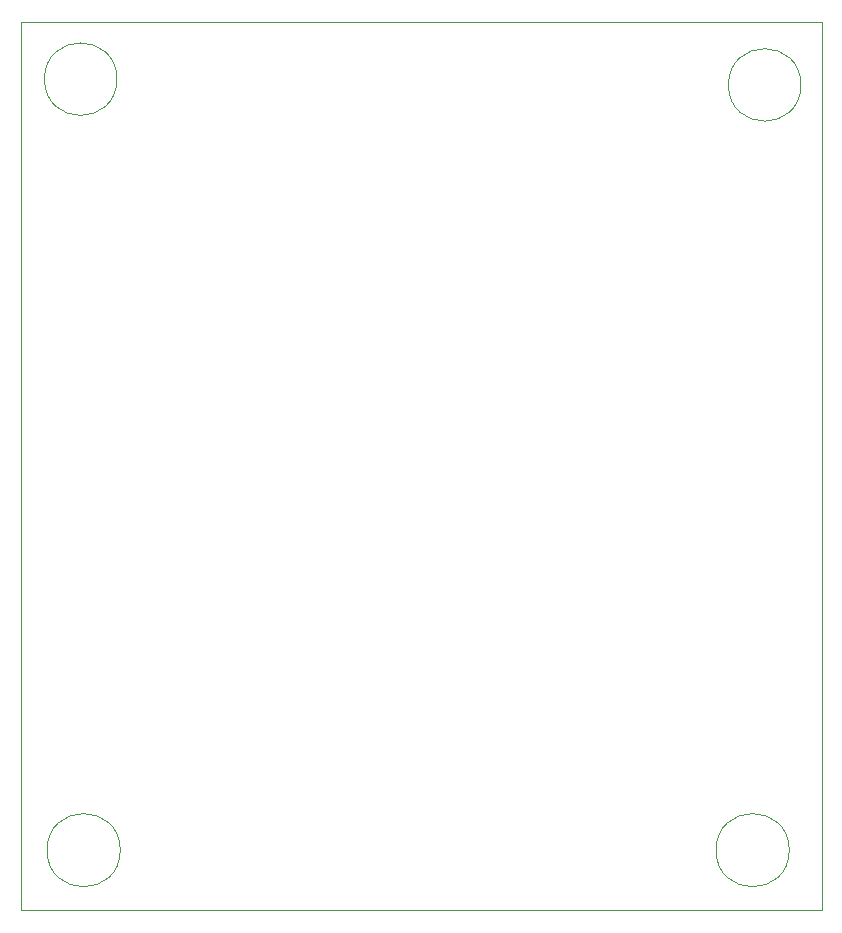
<source format=gm1>
%TF.GenerationSoftware,KiCad,Pcbnew,(6.0.9)*%
%TF.CreationDate,2022-12-21T18:09:38-05:00*%
%TF.ProjectId,MotorTestingFixture,4d6f746f-7254-4657-9374-696e67466978,v1*%
%TF.SameCoordinates,Original*%
%TF.FileFunction,Profile,NP*%
%FSLAX46Y46*%
G04 Gerber Fmt 4.6, Leading zero omitted, Abs format (unit mm)*
G04 Created by KiCad (PCBNEW (6.0.9)) date 2022-12-21 18:09:38*
%MOMM*%
%LPD*%
G01*
G04 APERTURE LIST*
%TA.AperFunction,Profile*%
%ADD10C,0.100000*%
%TD*%
G04 APERTURE END LIST*
D10*
X161596465Y-110490000D02*
G75*
G03*
X161596465Y-110490000I-3100465J0D01*
G01*
X162581094Y-45698907D02*
G75*
G03*
X162581094Y-45698907I-3069094J0D01*
G01*
X104954465Y-110490000D02*
G75*
G03*
X104954465Y-110490000I-3100465J0D01*
G01*
X104669094Y-45212000D02*
G75*
G03*
X104669094Y-45212000I-3069094J0D01*
G01*
X96520000Y-40386000D02*
X164338000Y-40386000D01*
X164338000Y-40386000D02*
X164338000Y-115570000D01*
X164338000Y-115570000D02*
X96520000Y-115570000D01*
X96520000Y-115570000D02*
X96520000Y-40386000D01*
M02*

</source>
